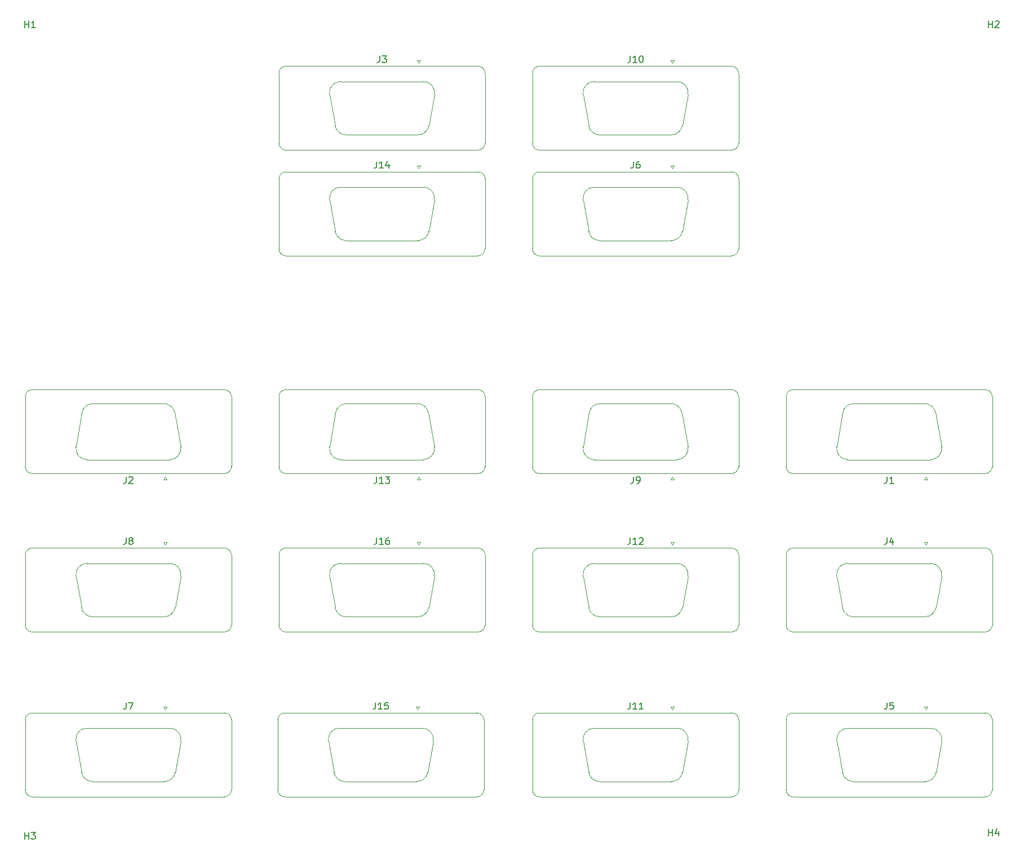
<source format=gbr>
G04 #@! TF.GenerationSoftware,KiCad,Pcbnew,(5.1.4)-1*
G04 #@! TF.CreationDate,2020-06-05T14:27:08+02:00*
G04 #@! TF.ProjectId,Breakout,42726561-6b6f-4757-942e-6b696361645f,rev?*
G04 #@! TF.SameCoordinates,Original*
G04 #@! TF.FileFunction,Legend,Top*
G04 #@! TF.FilePolarity,Positive*
%FSLAX46Y46*%
G04 Gerber Fmt 4.6, Leading zero omitted, Abs format (unit mm)*
G04 Created by KiCad (PCBNEW (5.1.4)-1) date 2020-06-05 14:27:08*
%MOMM*%
%LPD*%
G04 APERTURE LIST*
%ADD10C,0.120000*%
%ADD11C,0.150000*%
G04 APERTURE END LIST*
D10*
X71475000Y-129095000D02*
G75*
G03X70415000Y-130155000I0J-1060000D01*
G01*
X101385000Y-130155000D02*
G75*
G03X100325000Y-129095000I-1060000J0D01*
G01*
X71475000Y-141715000D02*
G75*
G02X70415000Y-140655000I0J1060000D01*
G01*
X100325000Y-141715000D02*
G75*
G03X101385000Y-140655000I0J1060000D01*
G01*
X78033530Y-133343256D02*
G75*
G02X79668311Y-131395000I1634781J288256D01*
G01*
X93766470Y-133343256D02*
G75*
G03X92131689Y-131395000I-1634781J288256D01*
G01*
X78862267Y-138043256D02*
G75*
G03X80497048Y-139415000I1634781J288256D01*
G01*
X92937733Y-138043256D02*
G75*
G02X91302952Y-139415000I-1634781J288256D01*
G01*
X71475000Y-129095000D02*
X100325000Y-129095000D01*
X101385000Y-130155000D02*
X101385000Y-140655000D01*
X100325000Y-141715000D02*
X71475000Y-141715000D01*
X70415000Y-140655000D02*
X70415000Y-130155000D01*
X91190000Y-128200662D02*
X91690000Y-128200662D01*
X91690000Y-128200662D02*
X91440000Y-128633675D01*
X91440000Y-128633675D02*
X91190000Y-128200662D01*
X79668311Y-131395000D02*
X92131689Y-131395000D01*
X80497048Y-139415000D02*
X91302952Y-139415000D01*
X93766470Y-133343256D02*
X92937733Y-138043256D01*
X78033530Y-133343256D02*
X78862267Y-138043256D01*
X154233530Y-36188256D02*
X155062267Y-40888256D01*
X169966470Y-36188256D02*
X169137733Y-40888256D01*
X156697048Y-42260000D02*
X167502952Y-42260000D01*
X155868311Y-34240000D02*
X168331689Y-34240000D01*
X167640000Y-31478675D02*
X167390000Y-31045662D01*
X167890000Y-31045662D02*
X167640000Y-31478675D01*
X167390000Y-31045662D02*
X167890000Y-31045662D01*
X146615000Y-43500000D02*
X146615000Y-33000000D01*
X176525000Y-44560000D02*
X147675000Y-44560000D01*
X177585000Y-33000000D02*
X177585000Y-43500000D01*
X147675000Y-31940000D02*
X176525000Y-31940000D01*
X169137733Y-40888256D02*
G75*
G02X167502952Y-42260000I-1634781J288256D01*
G01*
X155062267Y-40888256D02*
G75*
G03X156697048Y-42260000I1634781J288256D01*
G01*
X169966470Y-36188256D02*
G75*
G03X168331689Y-34240000I-1634781J288256D01*
G01*
X154233530Y-36188256D02*
G75*
G02X155868311Y-34240000I1634781J288256D01*
G01*
X176525000Y-44560000D02*
G75*
G03X177585000Y-43500000I0J1060000D01*
G01*
X147675000Y-44560000D02*
G75*
G02X146615000Y-43500000I0J1060000D01*
G01*
X177585000Y-33000000D02*
G75*
G03X176525000Y-31940000I-1060000J0D01*
G01*
X147675000Y-31940000D02*
G75*
G03X146615000Y-33000000I0J-1060000D01*
G01*
X109575000Y-47815000D02*
G75*
G03X108515000Y-48875000I0J-1060000D01*
G01*
X139485000Y-48875000D02*
G75*
G03X138425000Y-47815000I-1060000J0D01*
G01*
X109575000Y-60435000D02*
G75*
G02X108515000Y-59375000I0J1060000D01*
G01*
X138425000Y-60435000D02*
G75*
G03X139485000Y-59375000I0J1060000D01*
G01*
X116133530Y-52063256D02*
G75*
G02X117768311Y-50115000I1634781J288256D01*
G01*
X131866470Y-52063256D02*
G75*
G03X130231689Y-50115000I-1634781J288256D01*
G01*
X116962267Y-56763256D02*
G75*
G03X118597048Y-58135000I1634781J288256D01*
G01*
X131037733Y-56763256D02*
G75*
G02X129402952Y-58135000I-1634781J288256D01*
G01*
X109575000Y-47815000D02*
X138425000Y-47815000D01*
X139485000Y-48875000D02*
X139485000Y-59375000D01*
X138425000Y-60435000D02*
X109575000Y-60435000D01*
X108515000Y-59375000D02*
X108515000Y-48875000D01*
X129290000Y-46920662D02*
X129790000Y-46920662D01*
X129790000Y-46920662D02*
X129540000Y-47353675D01*
X129540000Y-47353675D02*
X129290000Y-46920662D01*
X117768311Y-50115000D02*
X130231689Y-50115000D01*
X118597048Y-58135000D02*
X129402952Y-58135000D01*
X131866470Y-52063256D02*
X131037733Y-56763256D01*
X116133530Y-52063256D02*
X116962267Y-56763256D01*
X214625000Y-93155000D02*
G75*
G03X215685000Y-92095000I0J1060000D01*
G01*
X184715000Y-92095000D02*
G75*
G03X185775000Y-93155000I1060000J0D01*
G01*
X214625000Y-80535000D02*
G75*
G02X215685000Y-81595000I0J-1060000D01*
G01*
X185775000Y-80535000D02*
G75*
G03X184715000Y-81595000I0J-1060000D01*
G01*
X208066470Y-89106744D02*
G75*
G02X206431689Y-91055000I-1634781J-288256D01*
G01*
X192333530Y-89106744D02*
G75*
G03X193968311Y-91055000I1634781J-288256D01*
G01*
X207167202Y-84006744D02*
G75*
G03X205532421Y-82635000I-1634781J-288256D01*
G01*
X193232798Y-84006744D02*
G75*
G02X194867579Y-82635000I1634781J-288256D01*
G01*
X214625000Y-93155000D02*
X185775000Y-93155000D01*
X184715000Y-92095000D02*
X184715000Y-81595000D01*
X185775000Y-80535000D02*
X214625000Y-80535000D01*
X215685000Y-81595000D02*
X215685000Y-92095000D01*
X205990000Y-94049338D02*
X205490000Y-94049338D01*
X205490000Y-94049338D02*
X205740000Y-93616325D01*
X205740000Y-93616325D02*
X205990000Y-94049338D01*
X206431689Y-91055000D02*
X193968311Y-91055000D01*
X205532421Y-82635000D02*
X194867579Y-82635000D01*
X192333530Y-89106744D02*
X193232798Y-84006744D01*
X208066470Y-89106744D02*
X207167202Y-84006744D01*
X93766470Y-89106744D02*
X92867202Y-84006744D01*
X78033530Y-89106744D02*
X78932798Y-84006744D01*
X91232421Y-82635000D02*
X80567579Y-82635000D01*
X92131689Y-91055000D02*
X79668311Y-91055000D01*
X91440000Y-93616325D02*
X91690000Y-94049338D01*
X91190000Y-94049338D02*
X91440000Y-93616325D01*
X91690000Y-94049338D02*
X91190000Y-94049338D01*
X101385000Y-81595000D02*
X101385000Y-92095000D01*
X71475000Y-80535000D02*
X100325000Y-80535000D01*
X70415000Y-92095000D02*
X70415000Y-81595000D01*
X100325000Y-93155000D02*
X71475000Y-93155000D01*
X78932798Y-84006744D02*
G75*
G02X80567579Y-82635000I1634781J-288256D01*
G01*
X92867202Y-84006744D02*
G75*
G03X91232421Y-82635000I-1634781J-288256D01*
G01*
X78033530Y-89106744D02*
G75*
G03X79668311Y-91055000I1634781J-288256D01*
G01*
X93766470Y-89106744D02*
G75*
G02X92131689Y-91055000I-1634781J-288256D01*
G01*
X71475000Y-80535000D02*
G75*
G03X70415000Y-81595000I0J-1060000D01*
G01*
X100325000Y-80535000D02*
G75*
G02X101385000Y-81595000I0J-1060000D01*
G01*
X70415000Y-92095000D02*
G75*
G03X71475000Y-93155000I1060000J0D01*
G01*
X100325000Y-93155000D02*
G75*
G03X101385000Y-92095000I0J1060000D01*
G01*
X109575000Y-31940000D02*
G75*
G03X108515000Y-33000000I0J-1060000D01*
G01*
X139485000Y-33000000D02*
G75*
G03X138425000Y-31940000I-1060000J0D01*
G01*
X109575000Y-44560000D02*
G75*
G02X108515000Y-43500000I0J1060000D01*
G01*
X138425000Y-44560000D02*
G75*
G03X139485000Y-43500000I0J1060000D01*
G01*
X116133530Y-36188256D02*
G75*
G02X117768311Y-34240000I1634781J288256D01*
G01*
X131866470Y-36188256D02*
G75*
G03X130231689Y-34240000I-1634781J288256D01*
G01*
X116962267Y-40888256D02*
G75*
G03X118597048Y-42260000I1634781J288256D01*
G01*
X131037733Y-40888256D02*
G75*
G02X129402952Y-42260000I-1634781J288256D01*
G01*
X109575000Y-31940000D02*
X138425000Y-31940000D01*
X139485000Y-33000000D02*
X139485000Y-43500000D01*
X138425000Y-44560000D02*
X109575000Y-44560000D01*
X108515000Y-43500000D02*
X108515000Y-33000000D01*
X129290000Y-31045662D02*
X129790000Y-31045662D01*
X129790000Y-31045662D02*
X129540000Y-31478675D01*
X129540000Y-31478675D02*
X129290000Y-31045662D01*
X117768311Y-34240000D02*
X130231689Y-34240000D01*
X118597048Y-42260000D02*
X129402952Y-42260000D01*
X131866470Y-36188256D02*
X131037733Y-40888256D01*
X116133530Y-36188256D02*
X116962267Y-40888256D01*
X192333530Y-108578256D02*
X193162267Y-113278256D01*
X208066470Y-108578256D02*
X207237733Y-113278256D01*
X194797048Y-114650000D02*
X205602952Y-114650000D01*
X193968311Y-106630000D02*
X206431689Y-106630000D01*
X205740000Y-103868675D02*
X205490000Y-103435662D01*
X205990000Y-103435662D02*
X205740000Y-103868675D01*
X205490000Y-103435662D02*
X205990000Y-103435662D01*
X184715000Y-115890000D02*
X184715000Y-105390000D01*
X214625000Y-116950000D02*
X185775000Y-116950000D01*
X215685000Y-105390000D02*
X215685000Y-115890000D01*
X185775000Y-104330000D02*
X214625000Y-104330000D01*
X207237733Y-113278256D02*
G75*
G02X205602952Y-114650000I-1634781J288256D01*
G01*
X193162267Y-113278256D02*
G75*
G03X194797048Y-114650000I1634781J288256D01*
G01*
X208066470Y-108578256D02*
G75*
G03X206431689Y-106630000I-1634781J288256D01*
G01*
X192333530Y-108578256D02*
G75*
G02X193968311Y-106630000I1634781J288256D01*
G01*
X214625000Y-116950000D02*
G75*
G03X215685000Y-115890000I0J1060000D01*
G01*
X185775000Y-116950000D02*
G75*
G02X184715000Y-115890000I0J1060000D01*
G01*
X215685000Y-105390000D02*
G75*
G03X214625000Y-104330000I-1060000J0D01*
G01*
X185775000Y-104330000D02*
G75*
G03X184715000Y-105390000I0J-1060000D01*
G01*
X185775000Y-129095000D02*
G75*
G03X184715000Y-130155000I0J-1060000D01*
G01*
X215685000Y-130155000D02*
G75*
G03X214625000Y-129095000I-1060000J0D01*
G01*
X185775000Y-141715000D02*
G75*
G02X184715000Y-140655000I0J1060000D01*
G01*
X214625000Y-141715000D02*
G75*
G03X215685000Y-140655000I0J1060000D01*
G01*
X192333530Y-133343256D02*
G75*
G02X193968311Y-131395000I1634781J288256D01*
G01*
X208066470Y-133343256D02*
G75*
G03X206431689Y-131395000I-1634781J288256D01*
G01*
X193162267Y-138043256D02*
G75*
G03X194797048Y-139415000I1634781J288256D01*
G01*
X207237733Y-138043256D02*
G75*
G02X205602952Y-139415000I-1634781J288256D01*
G01*
X185775000Y-129095000D02*
X214625000Y-129095000D01*
X215685000Y-130155000D02*
X215685000Y-140655000D01*
X214625000Y-141715000D02*
X185775000Y-141715000D01*
X184715000Y-140655000D02*
X184715000Y-130155000D01*
X205490000Y-128200662D02*
X205990000Y-128200662D01*
X205990000Y-128200662D02*
X205740000Y-128633675D01*
X205740000Y-128633675D02*
X205490000Y-128200662D01*
X193968311Y-131395000D02*
X206431689Y-131395000D01*
X194797048Y-139415000D02*
X205602952Y-139415000D01*
X208066470Y-133343256D02*
X207237733Y-138043256D01*
X192333530Y-133343256D02*
X193162267Y-138043256D01*
X154233530Y-52063256D02*
X155062267Y-56763256D01*
X169966470Y-52063256D02*
X169137733Y-56763256D01*
X156697048Y-58135000D02*
X167502952Y-58135000D01*
X155868311Y-50115000D02*
X168331689Y-50115000D01*
X167640000Y-47353675D02*
X167390000Y-46920662D01*
X167890000Y-46920662D02*
X167640000Y-47353675D01*
X167390000Y-46920662D02*
X167890000Y-46920662D01*
X146615000Y-59375000D02*
X146615000Y-48875000D01*
X176525000Y-60435000D02*
X147675000Y-60435000D01*
X177585000Y-48875000D02*
X177585000Y-59375000D01*
X147675000Y-47815000D02*
X176525000Y-47815000D01*
X169137733Y-56763256D02*
G75*
G02X167502952Y-58135000I-1634781J288256D01*
G01*
X155062267Y-56763256D02*
G75*
G03X156697048Y-58135000I1634781J288256D01*
G01*
X169966470Y-52063256D02*
G75*
G03X168331689Y-50115000I-1634781J288256D01*
G01*
X154233530Y-52063256D02*
G75*
G02X155868311Y-50115000I1634781J288256D01*
G01*
X176525000Y-60435000D02*
G75*
G03X177585000Y-59375000I0J1060000D01*
G01*
X147675000Y-60435000D02*
G75*
G02X146615000Y-59375000I0J1060000D01*
G01*
X177585000Y-48875000D02*
G75*
G03X176525000Y-47815000I-1060000J0D01*
G01*
X147675000Y-47815000D02*
G75*
G03X146615000Y-48875000I0J-1060000D01*
G01*
X78033530Y-108578256D02*
X78862267Y-113278256D01*
X93766470Y-108578256D02*
X92937733Y-113278256D01*
X80497048Y-114650000D02*
X91302952Y-114650000D01*
X79668311Y-106630000D02*
X92131689Y-106630000D01*
X91440000Y-103868675D02*
X91190000Y-103435662D01*
X91690000Y-103435662D02*
X91440000Y-103868675D01*
X91190000Y-103435662D02*
X91690000Y-103435662D01*
X70415000Y-115890000D02*
X70415000Y-105390000D01*
X100325000Y-116950000D02*
X71475000Y-116950000D01*
X101385000Y-105390000D02*
X101385000Y-115890000D01*
X71475000Y-104330000D02*
X100325000Y-104330000D01*
X92937733Y-113278256D02*
G75*
G02X91302952Y-114650000I-1634781J288256D01*
G01*
X78862267Y-113278256D02*
G75*
G03X80497048Y-114650000I1634781J288256D01*
G01*
X93766470Y-108578256D02*
G75*
G03X92131689Y-106630000I-1634781J288256D01*
G01*
X78033530Y-108578256D02*
G75*
G02X79668311Y-106630000I1634781J288256D01*
G01*
X100325000Y-116950000D02*
G75*
G03X101385000Y-115890000I0J1060000D01*
G01*
X71475000Y-116950000D02*
G75*
G02X70415000Y-115890000I0J1060000D01*
G01*
X101385000Y-105390000D02*
G75*
G03X100325000Y-104330000I-1060000J0D01*
G01*
X71475000Y-104330000D02*
G75*
G03X70415000Y-105390000I0J-1060000D01*
G01*
X169966470Y-89106744D02*
X169067202Y-84006744D01*
X154233530Y-89106744D02*
X155132798Y-84006744D01*
X167432421Y-82635000D02*
X156767579Y-82635000D01*
X168331689Y-91055000D02*
X155868311Y-91055000D01*
X167640000Y-93616325D02*
X167890000Y-94049338D01*
X167390000Y-94049338D02*
X167640000Y-93616325D01*
X167890000Y-94049338D02*
X167390000Y-94049338D01*
X177585000Y-81595000D02*
X177585000Y-92095000D01*
X147675000Y-80535000D02*
X176525000Y-80535000D01*
X146615000Y-92095000D02*
X146615000Y-81595000D01*
X176525000Y-93155000D02*
X147675000Y-93155000D01*
X155132798Y-84006744D02*
G75*
G02X156767579Y-82635000I1634781J-288256D01*
G01*
X169067202Y-84006744D02*
G75*
G03X167432421Y-82635000I-1634781J-288256D01*
G01*
X154233530Y-89106744D02*
G75*
G03X155868311Y-91055000I1634781J-288256D01*
G01*
X169966470Y-89106744D02*
G75*
G02X168331689Y-91055000I-1634781J-288256D01*
G01*
X147675000Y-80535000D02*
G75*
G03X146615000Y-81595000I0J-1060000D01*
G01*
X176525000Y-80535000D02*
G75*
G02X177585000Y-81595000I0J-1060000D01*
G01*
X146615000Y-92095000D02*
G75*
G03X147675000Y-93155000I1060000J0D01*
G01*
X176525000Y-93155000D02*
G75*
G03X177585000Y-92095000I0J1060000D01*
G01*
X147675000Y-129095000D02*
G75*
G03X146615000Y-130155000I0J-1060000D01*
G01*
X177585000Y-130155000D02*
G75*
G03X176525000Y-129095000I-1060000J0D01*
G01*
X147675000Y-141715000D02*
G75*
G02X146615000Y-140655000I0J1060000D01*
G01*
X176525000Y-141715000D02*
G75*
G03X177585000Y-140655000I0J1060000D01*
G01*
X154233530Y-133343256D02*
G75*
G02X155868311Y-131395000I1634781J288256D01*
G01*
X169966470Y-133343256D02*
G75*
G03X168331689Y-131395000I-1634781J288256D01*
G01*
X155062267Y-138043256D02*
G75*
G03X156697048Y-139415000I1634781J288256D01*
G01*
X169137733Y-138043256D02*
G75*
G02X167502952Y-139415000I-1634781J288256D01*
G01*
X147675000Y-129095000D02*
X176525000Y-129095000D01*
X177585000Y-130155000D02*
X177585000Y-140655000D01*
X176525000Y-141715000D02*
X147675000Y-141715000D01*
X146615000Y-140655000D02*
X146615000Y-130155000D01*
X167390000Y-128200662D02*
X167890000Y-128200662D01*
X167890000Y-128200662D02*
X167640000Y-128633675D01*
X167640000Y-128633675D02*
X167390000Y-128200662D01*
X155868311Y-131395000D02*
X168331689Y-131395000D01*
X156697048Y-139415000D02*
X167502952Y-139415000D01*
X169966470Y-133343256D02*
X169137733Y-138043256D01*
X154233530Y-133343256D02*
X155062267Y-138043256D01*
X154233530Y-108578256D02*
X155062267Y-113278256D01*
X169966470Y-108578256D02*
X169137733Y-113278256D01*
X156697048Y-114650000D02*
X167502952Y-114650000D01*
X155868311Y-106630000D02*
X168331689Y-106630000D01*
X167640000Y-103868675D02*
X167390000Y-103435662D01*
X167890000Y-103435662D02*
X167640000Y-103868675D01*
X167390000Y-103435662D02*
X167890000Y-103435662D01*
X146615000Y-115890000D02*
X146615000Y-105390000D01*
X176525000Y-116950000D02*
X147675000Y-116950000D01*
X177585000Y-105390000D02*
X177585000Y-115890000D01*
X147675000Y-104330000D02*
X176525000Y-104330000D01*
X169137733Y-113278256D02*
G75*
G02X167502952Y-114650000I-1634781J288256D01*
G01*
X155062267Y-113278256D02*
G75*
G03X156697048Y-114650000I1634781J288256D01*
G01*
X169966470Y-108578256D02*
G75*
G03X168331689Y-106630000I-1634781J288256D01*
G01*
X154233530Y-108578256D02*
G75*
G02X155868311Y-106630000I1634781J288256D01*
G01*
X176525000Y-116950000D02*
G75*
G03X177585000Y-115890000I0J1060000D01*
G01*
X147675000Y-116950000D02*
G75*
G02X146615000Y-115890000I0J1060000D01*
G01*
X177585000Y-105390000D02*
G75*
G03X176525000Y-104330000I-1060000J0D01*
G01*
X147675000Y-104330000D02*
G75*
G03X146615000Y-105390000I0J-1060000D01*
G01*
X138425000Y-93155000D02*
G75*
G03X139485000Y-92095000I0J1060000D01*
G01*
X108515000Y-92095000D02*
G75*
G03X109575000Y-93155000I1060000J0D01*
G01*
X138425000Y-80535000D02*
G75*
G02X139485000Y-81595000I0J-1060000D01*
G01*
X109575000Y-80535000D02*
G75*
G03X108515000Y-81595000I0J-1060000D01*
G01*
X131866470Y-89106744D02*
G75*
G02X130231689Y-91055000I-1634781J-288256D01*
G01*
X116133530Y-89106744D02*
G75*
G03X117768311Y-91055000I1634781J-288256D01*
G01*
X130967202Y-84006744D02*
G75*
G03X129332421Y-82635000I-1634781J-288256D01*
G01*
X117032798Y-84006744D02*
G75*
G02X118667579Y-82635000I1634781J-288256D01*
G01*
X138425000Y-93155000D02*
X109575000Y-93155000D01*
X108515000Y-92095000D02*
X108515000Y-81595000D01*
X109575000Y-80535000D02*
X138425000Y-80535000D01*
X139485000Y-81595000D02*
X139485000Y-92095000D01*
X129790000Y-94049338D02*
X129290000Y-94049338D01*
X129290000Y-94049338D02*
X129540000Y-93616325D01*
X129540000Y-93616325D02*
X129790000Y-94049338D01*
X130231689Y-91055000D02*
X117768311Y-91055000D01*
X129332421Y-82635000D02*
X118667579Y-82635000D01*
X116133530Y-89106744D02*
X117032798Y-84006744D01*
X131866470Y-89106744D02*
X130967202Y-84006744D01*
X115958530Y-133343256D02*
X116787267Y-138043256D01*
X131691470Y-133343256D02*
X130862733Y-138043256D01*
X118422048Y-139415000D02*
X129227952Y-139415000D01*
X117593311Y-131395000D02*
X130056689Y-131395000D01*
X129365000Y-128633675D02*
X129115000Y-128200662D01*
X129615000Y-128200662D02*
X129365000Y-128633675D01*
X129115000Y-128200662D02*
X129615000Y-128200662D01*
X108340000Y-140655000D02*
X108340000Y-130155000D01*
X138250000Y-141715000D02*
X109400000Y-141715000D01*
X139310000Y-130155000D02*
X139310000Y-140655000D01*
X109400000Y-129095000D02*
X138250000Y-129095000D01*
X130862733Y-138043256D02*
G75*
G02X129227952Y-139415000I-1634781J288256D01*
G01*
X116787267Y-138043256D02*
G75*
G03X118422048Y-139415000I1634781J288256D01*
G01*
X131691470Y-133343256D02*
G75*
G03X130056689Y-131395000I-1634781J288256D01*
G01*
X115958530Y-133343256D02*
G75*
G02X117593311Y-131395000I1634781J288256D01*
G01*
X138250000Y-141715000D02*
G75*
G03X139310000Y-140655000I0J1060000D01*
G01*
X109400000Y-141715000D02*
G75*
G02X108340000Y-140655000I0J1060000D01*
G01*
X139310000Y-130155000D02*
G75*
G03X138250000Y-129095000I-1060000J0D01*
G01*
X109400000Y-129095000D02*
G75*
G03X108340000Y-130155000I0J-1060000D01*
G01*
X109575000Y-104330000D02*
G75*
G03X108515000Y-105390000I0J-1060000D01*
G01*
X139485000Y-105390000D02*
G75*
G03X138425000Y-104330000I-1060000J0D01*
G01*
X109575000Y-116950000D02*
G75*
G02X108515000Y-115890000I0J1060000D01*
G01*
X138425000Y-116950000D02*
G75*
G03X139485000Y-115890000I0J1060000D01*
G01*
X116133530Y-108578256D02*
G75*
G02X117768311Y-106630000I1634781J288256D01*
G01*
X131866470Y-108578256D02*
G75*
G03X130231689Y-106630000I-1634781J288256D01*
G01*
X116962267Y-113278256D02*
G75*
G03X118597048Y-114650000I1634781J288256D01*
G01*
X131037733Y-113278256D02*
G75*
G02X129402952Y-114650000I-1634781J288256D01*
G01*
X109575000Y-104330000D02*
X138425000Y-104330000D01*
X139485000Y-105390000D02*
X139485000Y-115890000D01*
X138425000Y-116950000D02*
X109575000Y-116950000D01*
X108515000Y-115890000D02*
X108515000Y-105390000D01*
X129290000Y-103435662D02*
X129790000Y-103435662D01*
X129790000Y-103435662D02*
X129540000Y-103868675D01*
X129540000Y-103868675D02*
X129290000Y-103435662D01*
X117768311Y-106630000D02*
X130231689Y-106630000D01*
X118597048Y-114650000D02*
X129402952Y-114650000D01*
X131866470Y-108578256D02*
X131037733Y-113278256D01*
X116133530Y-108578256D02*
X116962267Y-113278256D01*
D11*
X85566666Y-127547380D02*
X85566666Y-128261666D01*
X85519047Y-128404523D01*
X85423809Y-128499761D01*
X85280952Y-128547380D01*
X85185714Y-128547380D01*
X85947619Y-127547380D02*
X86614285Y-127547380D01*
X86185714Y-128547380D01*
X215138095Y-147544380D02*
X215138095Y-146544380D01*
X215138095Y-147020571D02*
X215709523Y-147020571D01*
X215709523Y-147544380D02*
X215709523Y-146544380D01*
X216614285Y-146877714D02*
X216614285Y-147544380D01*
X216376190Y-146496761D02*
X216138095Y-147211047D01*
X216757142Y-147211047D01*
X161290476Y-30392380D02*
X161290476Y-31106666D01*
X161242857Y-31249523D01*
X161147619Y-31344761D01*
X161004761Y-31392380D01*
X160909523Y-31392380D01*
X162290476Y-31392380D02*
X161719047Y-31392380D01*
X162004761Y-31392380D02*
X162004761Y-30392380D01*
X161909523Y-30535238D01*
X161814285Y-30630476D01*
X161719047Y-30678095D01*
X162909523Y-30392380D02*
X163004761Y-30392380D01*
X163100000Y-30440000D01*
X163147619Y-30487619D01*
X163195238Y-30582857D01*
X163242857Y-30773333D01*
X163242857Y-31011428D01*
X163195238Y-31201904D01*
X163147619Y-31297142D01*
X163100000Y-31344761D01*
X163004761Y-31392380D01*
X162909523Y-31392380D01*
X162814285Y-31344761D01*
X162766666Y-31297142D01*
X162719047Y-31201904D01*
X162671428Y-31011428D01*
X162671428Y-30773333D01*
X162719047Y-30582857D01*
X162766666Y-30487619D01*
X162814285Y-30440000D01*
X162909523Y-30392380D01*
X123190476Y-46267380D02*
X123190476Y-46981666D01*
X123142857Y-47124523D01*
X123047619Y-47219761D01*
X122904761Y-47267380D01*
X122809523Y-47267380D01*
X124190476Y-47267380D02*
X123619047Y-47267380D01*
X123904761Y-47267380D02*
X123904761Y-46267380D01*
X123809523Y-46410238D01*
X123714285Y-46505476D01*
X123619047Y-46553095D01*
X125047619Y-46600714D02*
X125047619Y-47267380D01*
X124809523Y-46219761D02*
X124571428Y-46934047D01*
X125190476Y-46934047D01*
X199866666Y-93607380D02*
X199866666Y-94321666D01*
X199819047Y-94464523D01*
X199723809Y-94559761D01*
X199580952Y-94607380D01*
X199485714Y-94607380D01*
X200866666Y-94607380D02*
X200295238Y-94607380D01*
X200580952Y-94607380D02*
X200580952Y-93607380D01*
X200485714Y-93750238D01*
X200390476Y-93845476D01*
X200295238Y-93893095D01*
X85566666Y-93607380D02*
X85566666Y-94321666D01*
X85519047Y-94464523D01*
X85423809Y-94559761D01*
X85280952Y-94607380D01*
X85185714Y-94607380D01*
X85995238Y-93702619D02*
X86042857Y-93655000D01*
X86138095Y-93607380D01*
X86376190Y-93607380D01*
X86471428Y-93655000D01*
X86519047Y-93702619D01*
X86566666Y-93797857D01*
X86566666Y-93893095D01*
X86519047Y-94035952D01*
X85947619Y-94607380D01*
X86566666Y-94607380D01*
X123666666Y-30392380D02*
X123666666Y-31106666D01*
X123619047Y-31249523D01*
X123523809Y-31344761D01*
X123380952Y-31392380D01*
X123285714Y-31392380D01*
X124047619Y-30392380D02*
X124666666Y-30392380D01*
X124333333Y-30773333D01*
X124476190Y-30773333D01*
X124571428Y-30820952D01*
X124619047Y-30868571D01*
X124666666Y-30963809D01*
X124666666Y-31201904D01*
X124619047Y-31297142D01*
X124571428Y-31344761D01*
X124476190Y-31392380D01*
X124190476Y-31392380D01*
X124095238Y-31344761D01*
X124047619Y-31297142D01*
X199866666Y-102782380D02*
X199866666Y-103496666D01*
X199819047Y-103639523D01*
X199723809Y-103734761D01*
X199580952Y-103782380D01*
X199485714Y-103782380D01*
X200771428Y-103115714D02*
X200771428Y-103782380D01*
X200533333Y-102734761D02*
X200295238Y-103449047D01*
X200914285Y-103449047D01*
X199866666Y-127547380D02*
X199866666Y-128261666D01*
X199819047Y-128404523D01*
X199723809Y-128499761D01*
X199580952Y-128547380D01*
X199485714Y-128547380D01*
X200819047Y-127547380D02*
X200342857Y-127547380D01*
X200295238Y-128023571D01*
X200342857Y-127975952D01*
X200438095Y-127928333D01*
X200676190Y-127928333D01*
X200771428Y-127975952D01*
X200819047Y-128023571D01*
X200866666Y-128118809D01*
X200866666Y-128356904D01*
X200819047Y-128452142D01*
X200771428Y-128499761D01*
X200676190Y-128547380D01*
X200438095Y-128547380D01*
X200342857Y-128499761D01*
X200295238Y-128452142D01*
X161766666Y-46267380D02*
X161766666Y-46981666D01*
X161719047Y-47124523D01*
X161623809Y-47219761D01*
X161480952Y-47267380D01*
X161385714Y-47267380D01*
X162671428Y-46267380D02*
X162480952Y-46267380D01*
X162385714Y-46315000D01*
X162338095Y-46362619D01*
X162242857Y-46505476D01*
X162195238Y-46695952D01*
X162195238Y-47076904D01*
X162242857Y-47172142D01*
X162290476Y-47219761D01*
X162385714Y-47267380D01*
X162576190Y-47267380D01*
X162671428Y-47219761D01*
X162719047Y-47172142D01*
X162766666Y-47076904D01*
X162766666Y-46838809D01*
X162719047Y-46743571D01*
X162671428Y-46695952D01*
X162576190Y-46648333D01*
X162385714Y-46648333D01*
X162290476Y-46695952D01*
X162242857Y-46743571D01*
X162195238Y-46838809D01*
X85566666Y-102782380D02*
X85566666Y-103496666D01*
X85519047Y-103639523D01*
X85423809Y-103734761D01*
X85280952Y-103782380D01*
X85185714Y-103782380D01*
X86185714Y-103210952D02*
X86090476Y-103163333D01*
X86042857Y-103115714D01*
X85995238Y-103020476D01*
X85995238Y-102972857D01*
X86042857Y-102877619D01*
X86090476Y-102830000D01*
X86185714Y-102782380D01*
X86376190Y-102782380D01*
X86471428Y-102830000D01*
X86519047Y-102877619D01*
X86566666Y-102972857D01*
X86566666Y-103020476D01*
X86519047Y-103115714D01*
X86471428Y-103163333D01*
X86376190Y-103210952D01*
X86185714Y-103210952D01*
X86090476Y-103258571D01*
X86042857Y-103306190D01*
X85995238Y-103401428D01*
X85995238Y-103591904D01*
X86042857Y-103687142D01*
X86090476Y-103734761D01*
X86185714Y-103782380D01*
X86376190Y-103782380D01*
X86471428Y-103734761D01*
X86519047Y-103687142D01*
X86566666Y-103591904D01*
X86566666Y-103401428D01*
X86519047Y-103306190D01*
X86471428Y-103258571D01*
X86376190Y-103210952D01*
X161766666Y-93607380D02*
X161766666Y-94321666D01*
X161719047Y-94464523D01*
X161623809Y-94559761D01*
X161480952Y-94607380D01*
X161385714Y-94607380D01*
X162290476Y-94607380D02*
X162480952Y-94607380D01*
X162576190Y-94559761D01*
X162623809Y-94512142D01*
X162719047Y-94369285D01*
X162766666Y-94178809D01*
X162766666Y-93797857D01*
X162719047Y-93702619D01*
X162671428Y-93655000D01*
X162576190Y-93607380D01*
X162385714Y-93607380D01*
X162290476Y-93655000D01*
X162242857Y-93702619D01*
X162195238Y-93797857D01*
X162195238Y-94035952D01*
X162242857Y-94131190D01*
X162290476Y-94178809D01*
X162385714Y-94226428D01*
X162576190Y-94226428D01*
X162671428Y-94178809D01*
X162719047Y-94131190D01*
X162766666Y-94035952D01*
X161290476Y-127547380D02*
X161290476Y-128261666D01*
X161242857Y-128404523D01*
X161147619Y-128499761D01*
X161004761Y-128547380D01*
X160909523Y-128547380D01*
X162290476Y-128547380D02*
X161719047Y-128547380D01*
X162004761Y-128547380D02*
X162004761Y-127547380D01*
X161909523Y-127690238D01*
X161814285Y-127785476D01*
X161719047Y-127833095D01*
X163242857Y-128547380D02*
X162671428Y-128547380D01*
X162957142Y-128547380D02*
X162957142Y-127547380D01*
X162861904Y-127690238D01*
X162766666Y-127785476D01*
X162671428Y-127833095D01*
X161290476Y-102782380D02*
X161290476Y-103496666D01*
X161242857Y-103639523D01*
X161147619Y-103734761D01*
X161004761Y-103782380D01*
X160909523Y-103782380D01*
X162290476Y-103782380D02*
X161719047Y-103782380D01*
X162004761Y-103782380D02*
X162004761Y-102782380D01*
X161909523Y-102925238D01*
X161814285Y-103020476D01*
X161719047Y-103068095D01*
X162671428Y-102877619D02*
X162719047Y-102830000D01*
X162814285Y-102782380D01*
X163052380Y-102782380D01*
X163147619Y-102830000D01*
X163195238Y-102877619D01*
X163242857Y-102972857D01*
X163242857Y-103068095D01*
X163195238Y-103210952D01*
X162623809Y-103782380D01*
X163242857Y-103782380D01*
X123190476Y-93607380D02*
X123190476Y-94321666D01*
X123142857Y-94464523D01*
X123047619Y-94559761D01*
X122904761Y-94607380D01*
X122809523Y-94607380D01*
X124190476Y-94607380D02*
X123619047Y-94607380D01*
X123904761Y-94607380D02*
X123904761Y-93607380D01*
X123809523Y-93750238D01*
X123714285Y-93845476D01*
X123619047Y-93893095D01*
X124523809Y-93607380D02*
X125142857Y-93607380D01*
X124809523Y-93988333D01*
X124952380Y-93988333D01*
X125047619Y-94035952D01*
X125095238Y-94083571D01*
X125142857Y-94178809D01*
X125142857Y-94416904D01*
X125095238Y-94512142D01*
X125047619Y-94559761D01*
X124952380Y-94607380D01*
X124666666Y-94607380D01*
X124571428Y-94559761D01*
X124523809Y-94512142D01*
X123015476Y-127547380D02*
X123015476Y-128261666D01*
X122967857Y-128404523D01*
X122872619Y-128499761D01*
X122729761Y-128547380D01*
X122634523Y-128547380D01*
X124015476Y-128547380D02*
X123444047Y-128547380D01*
X123729761Y-128547380D02*
X123729761Y-127547380D01*
X123634523Y-127690238D01*
X123539285Y-127785476D01*
X123444047Y-127833095D01*
X124920238Y-127547380D02*
X124444047Y-127547380D01*
X124396428Y-128023571D01*
X124444047Y-127975952D01*
X124539285Y-127928333D01*
X124777380Y-127928333D01*
X124872619Y-127975952D01*
X124920238Y-128023571D01*
X124967857Y-128118809D01*
X124967857Y-128356904D01*
X124920238Y-128452142D01*
X124872619Y-128499761D01*
X124777380Y-128547380D01*
X124539285Y-128547380D01*
X124444047Y-128499761D01*
X124396428Y-128452142D01*
X123190476Y-102782380D02*
X123190476Y-103496666D01*
X123142857Y-103639523D01*
X123047619Y-103734761D01*
X122904761Y-103782380D01*
X122809523Y-103782380D01*
X124190476Y-103782380D02*
X123619047Y-103782380D01*
X123904761Y-103782380D02*
X123904761Y-102782380D01*
X123809523Y-102925238D01*
X123714285Y-103020476D01*
X123619047Y-103068095D01*
X125047619Y-102782380D02*
X124857142Y-102782380D01*
X124761904Y-102830000D01*
X124714285Y-102877619D01*
X124619047Y-103020476D01*
X124571428Y-103210952D01*
X124571428Y-103591904D01*
X124619047Y-103687142D01*
X124666666Y-103734761D01*
X124761904Y-103782380D01*
X124952380Y-103782380D01*
X125047619Y-103734761D01*
X125095238Y-103687142D01*
X125142857Y-103591904D01*
X125142857Y-103353809D01*
X125095238Y-103258571D01*
X125047619Y-103210952D01*
X124952380Y-103163333D01*
X124761904Y-103163333D01*
X124666666Y-103210952D01*
X124619047Y-103258571D01*
X124571428Y-103353809D01*
X70358095Y-26132380D02*
X70358095Y-25132380D01*
X70358095Y-25608571D02*
X70929523Y-25608571D01*
X70929523Y-26132380D02*
X70929523Y-25132380D01*
X71929523Y-26132380D02*
X71358095Y-26132380D01*
X71643809Y-26132380D02*
X71643809Y-25132380D01*
X71548571Y-25275238D01*
X71453333Y-25370476D01*
X71358095Y-25418095D01*
X215138095Y-26132380D02*
X215138095Y-25132380D01*
X215138095Y-25608571D02*
X215709523Y-25608571D01*
X215709523Y-26132380D02*
X215709523Y-25132380D01*
X216138095Y-25227619D02*
X216185714Y-25180000D01*
X216280952Y-25132380D01*
X216519047Y-25132380D01*
X216614285Y-25180000D01*
X216661904Y-25227619D01*
X216709523Y-25322857D01*
X216709523Y-25418095D01*
X216661904Y-25560952D01*
X216090476Y-26132380D01*
X216709523Y-26132380D01*
X70358095Y-148052380D02*
X70358095Y-147052380D01*
X70358095Y-147528571D02*
X70929523Y-147528571D01*
X70929523Y-148052380D02*
X70929523Y-147052380D01*
X71310476Y-147052380D02*
X71929523Y-147052380D01*
X71596190Y-147433333D01*
X71739047Y-147433333D01*
X71834285Y-147480952D01*
X71881904Y-147528571D01*
X71929523Y-147623809D01*
X71929523Y-147861904D01*
X71881904Y-147957142D01*
X71834285Y-148004761D01*
X71739047Y-148052380D01*
X71453333Y-148052380D01*
X71358095Y-148004761D01*
X71310476Y-147957142D01*
M02*

</source>
